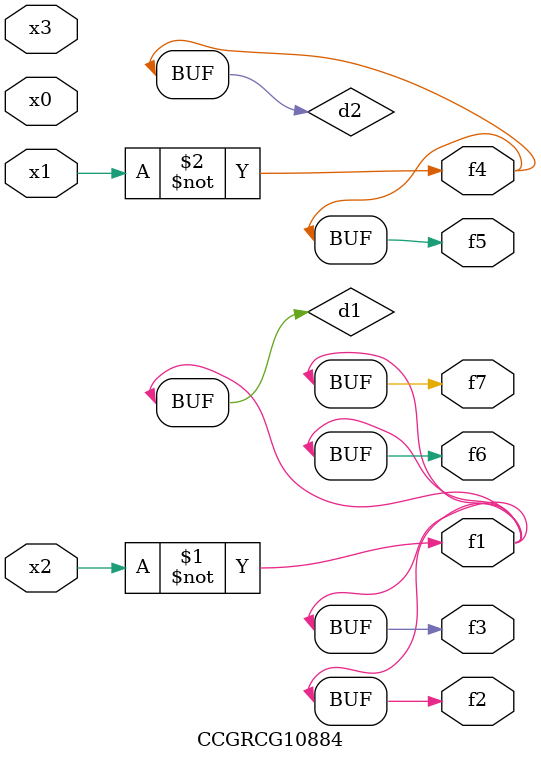
<source format=v>
module CCGRCG10884(
	input x0, x1, x2, x3,
	output f1, f2, f3, f4, f5, f6, f7
);

	wire d1, d2;

	xnor (d1, x2);
	not (d2, x1);
	assign f1 = d1;
	assign f2 = d1;
	assign f3 = d1;
	assign f4 = d2;
	assign f5 = d2;
	assign f6 = d1;
	assign f7 = d1;
endmodule

</source>
